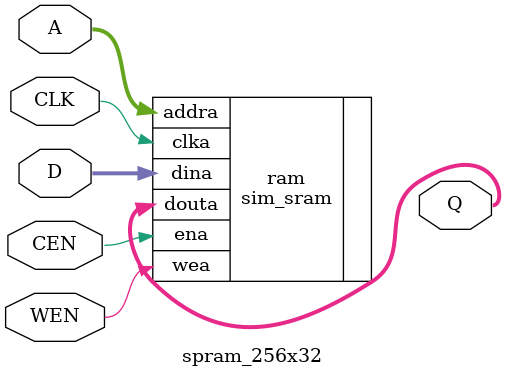
<source format=sv>
module spram_256x32(
    output wire [31:0] Q,
    input  wire        CLK,
    input  wire        CEN, 
    input  wire [ 7:0] A,
    input  wire        WEN, 
    input  wire [31:0] D
);

// S018RF1P_X128Y2D32_PM ram(
//        .Q     (Q),
//        .CLK   (CLK),
//        .CEN   (CEN),
//        .WEN   (WEN),
//        .A     (A),
//        .D     (D)
// );
sim_sram #(
    .WIDTH(32),
    .DEPTH(256)
) ram(
    .addra(A),
    .clka(CLK),
    .dina(D),
    .douta(Q),
    .ena(CEN),
    .wea(WEN)
);

endmodule
</source>
